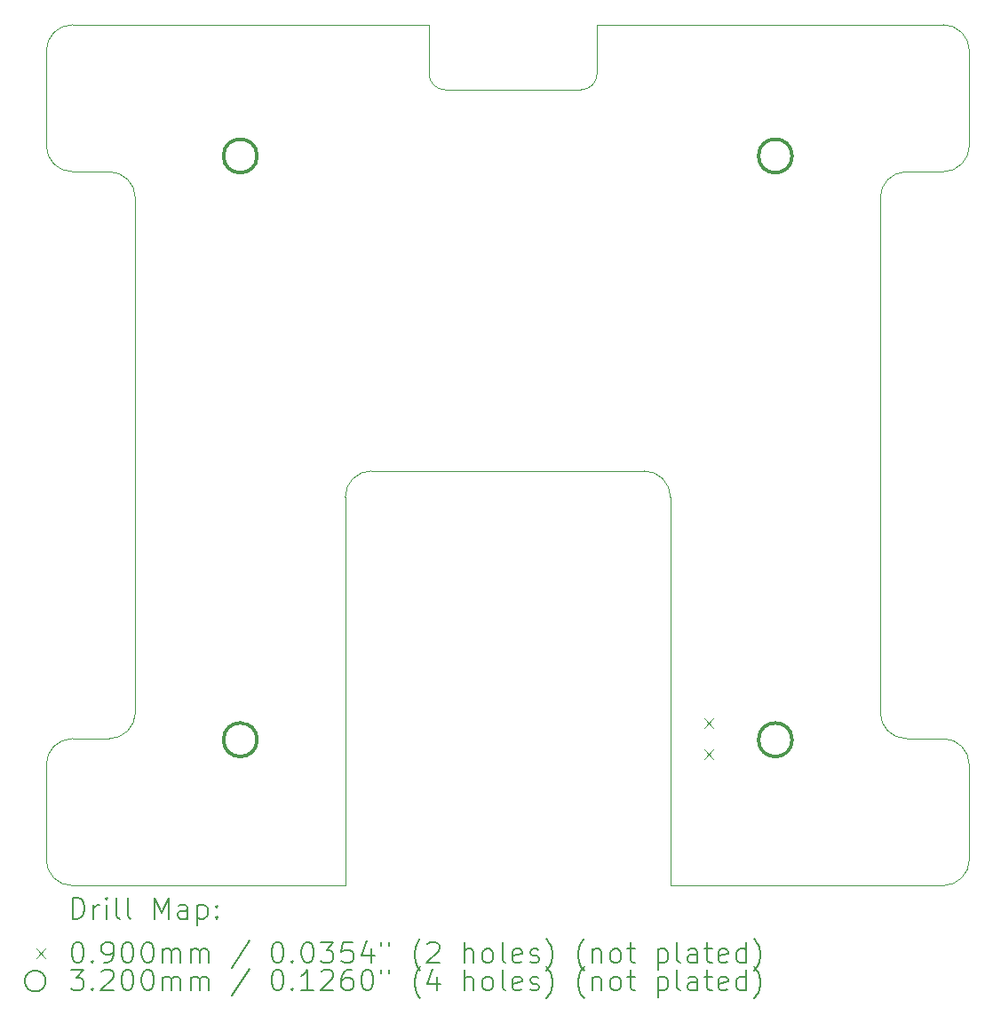
<source format=gbr>
%TF.GenerationSoftware,KiCad,Pcbnew,(6.0.7)*%
%TF.CreationDate,2022-10-18T10:08:22+03:00*%
%TF.ProjectId,TL-Node Rev.0,544c2d4e-6f64-4652-9052-65762e302e6b,rev?*%
%TF.SameCoordinates,Original*%
%TF.FileFunction,Drillmap*%
%TF.FilePolarity,Positive*%
%FSLAX45Y45*%
G04 Gerber Fmt 4.5, Leading zero omitted, Abs format (unit mm)*
G04 Created by KiCad (PCBNEW (6.0.7)) date 2022-10-18 10:08:22*
%MOMM*%
%LPD*%
G01*
G04 APERTURE LIST*
%ADD10C,0.100000*%
%ADD11C,0.200000*%
%ADD12C,0.090000*%
%ADD13C,0.320000*%
G04 APERTURE END LIST*
D10*
X5600000Y-12950000D02*
G75*
G03*
X5850000Y-13200000I250000J0D01*
G01*
X14150000Y-6400000D02*
G75*
G03*
X14400000Y-6150000I0J250000D01*
G01*
X14400000Y-5250000D02*
G75*
G03*
X14150000Y-5000000I-250000J0D01*
G01*
X6450000Y-6650000D02*
X6450000Y-11550000D01*
X14150000Y-13200000D02*
X11550000Y-13200000D01*
X9250000Y-5468934D02*
X9250000Y-5000000D01*
X13550000Y-11550000D02*
X13550000Y-6650000D01*
X5850000Y-11800000D02*
G75*
G03*
X5600000Y-12050000I0J-250000D01*
G01*
X6200000Y-11800000D02*
G75*
G03*
X6450000Y-11550000I0J250000D01*
G01*
X14150000Y-5000000D02*
X10850000Y-5000000D01*
X5850000Y-6400000D02*
X6200000Y-6400000D01*
X8450000Y-9500000D02*
X8450000Y-13200000D01*
X5600000Y-6150000D02*
G75*
G03*
X5850000Y-6400000I250000J0D01*
G01*
X8700000Y-9250000D02*
G75*
G03*
X8450000Y-9500000I0J-250000D01*
G01*
X11550000Y-9500000D02*
G75*
G03*
X11300000Y-9250000I-250000J0D01*
G01*
X14400000Y-12950000D02*
X14400000Y-12050000D01*
X14400000Y-12050000D02*
G75*
G03*
X14150000Y-11800000I-250000J0D01*
G01*
X14400000Y-5250000D02*
X14400000Y-6150000D01*
X5600000Y-12050000D02*
X5600000Y-12950000D01*
X5850000Y-13200000D02*
X8450000Y-13200000D01*
X6450000Y-6650000D02*
G75*
G03*
X6200000Y-6400000I-250000J0D01*
G01*
X9249996Y-5468934D02*
G75*
G03*
X9400000Y-5618934I150004J4D01*
G01*
X11550000Y-9500000D02*
X11550000Y-13200000D01*
X14150000Y-11800000D02*
X13800000Y-11800000D01*
X13800000Y-6400000D02*
G75*
G03*
X13550000Y-6650000I0J-250000D01*
G01*
X13550000Y-11550000D02*
G75*
G03*
X13800000Y-11800000I250000J0D01*
G01*
X5850000Y-5000000D02*
G75*
G03*
X5600000Y-5250000I0J-250000D01*
G01*
X11300000Y-9250000D02*
X8700000Y-9250000D01*
X13800000Y-6400000D02*
X14150000Y-6400000D01*
X5600000Y-5250000D02*
X5600000Y-6150000D01*
X10850000Y-5468934D02*
X10850000Y-5000000D01*
X6200000Y-11800000D02*
X5850000Y-11800000D01*
X5850000Y-5000000D02*
X9250000Y-5000000D01*
X14150000Y-13200000D02*
G75*
G03*
X14400000Y-12950000I0J250000D01*
G01*
X10700000Y-5618930D02*
G75*
G03*
X10850000Y-5468934I0J150000D01*
G01*
X10700000Y-5618934D02*
X9400000Y-5618934D01*
D11*
D12*
X11872000Y-11605000D02*
X11962000Y-11695000D01*
X11962000Y-11605000D02*
X11872000Y-11695000D01*
X11872000Y-11905000D02*
X11962000Y-11995000D01*
X11962000Y-11905000D02*
X11872000Y-11995000D01*
D13*
X7610000Y-6249500D02*
G75*
G03*
X7610000Y-6249500I-160000J0D01*
G01*
X7610000Y-11810500D02*
G75*
G03*
X7610000Y-11810500I-160000J0D01*
G01*
X12710000Y-6249500D02*
G75*
G03*
X12710000Y-6249500I-160000J0D01*
G01*
X12710000Y-11810500D02*
G75*
G03*
X12710000Y-11810500I-160000J0D01*
G01*
D11*
X5852619Y-13515476D02*
X5852619Y-13315476D01*
X5900238Y-13315476D01*
X5928809Y-13325000D01*
X5947857Y-13344048D01*
X5957381Y-13363095D01*
X5966905Y-13401190D01*
X5966905Y-13429762D01*
X5957381Y-13467857D01*
X5947857Y-13486905D01*
X5928809Y-13505952D01*
X5900238Y-13515476D01*
X5852619Y-13515476D01*
X6052619Y-13515476D02*
X6052619Y-13382143D01*
X6052619Y-13420238D02*
X6062143Y-13401190D01*
X6071667Y-13391667D01*
X6090714Y-13382143D01*
X6109762Y-13382143D01*
X6176428Y-13515476D02*
X6176428Y-13382143D01*
X6176428Y-13315476D02*
X6166905Y-13325000D01*
X6176428Y-13334524D01*
X6185952Y-13325000D01*
X6176428Y-13315476D01*
X6176428Y-13334524D01*
X6300238Y-13515476D02*
X6281190Y-13505952D01*
X6271667Y-13486905D01*
X6271667Y-13315476D01*
X6405000Y-13515476D02*
X6385952Y-13505952D01*
X6376428Y-13486905D01*
X6376428Y-13315476D01*
X6633571Y-13515476D02*
X6633571Y-13315476D01*
X6700238Y-13458333D01*
X6766905Y-13315476D01*
X6766905Y-13515476D01*
X6947857Y-13515476D02*
X6947857Y-13410714D01*
X6938333Y-13391667D01*
X6919286Y-13382143D01*
X6881190Y-13382143D01*
X6862143Y-13391667D01*
X6947857Y-13505952D02*
X6928809Y-13515476D01*
X6881190Y-13515476D01*
X6862143Y-13505952D01*
X6852619Y-13486905D01*
X6852619Y-13467857D01*
X6862143Y-13448809D01*
X6881190Y-13439286D01*
X6928809Y-13439286D01*
X6947857Y-13429762D01*
X7043095Y-13382143D02*
X7043095Y-13582143D01*
X7043095Y-13391667D02*
X7062143Y-13382143D01*
X7100238Y-13382143D01*
X7119286Y-13391667D01*
X7128809Y-13401190D01*
X7138333Y-13420238D01*
X7138333Y-13477381D01*
X7128809Y-13496428D01*
X7119286Y-13505952D01*
X7100238Y-13515476D01*
X7062143Y-13515476D01*
X7043095Y-13505952D01*
X7224048Y-13496428D02*
X7233571Y-13505952D01*
X7224048Y-13515476D01*
X7214524Y-13505952D01*
X7224048Y-13496428D01*
X7224048Y-13515476D01*
X7224048Y-13391667D02*
X7233571Y-13401190D01*
X7224048Y-13410714D01*
X7214524Y-13401190D01*
X7224048Y-13391667D01*
X7224048Y-13410714D01*
D12*
X5505000Y-13800000D02*
X5595000Y-13890000D01*
X5595000Y-13800000D02*
X5505000Y-13890000D01*
D11*
X5890714Y-13735476D02*
X5909762Y-13735476D01*
X5928809Y-13745000D01*
X5938333Y-13754524D01*
X5947857Y-13773571D01*
X5957381Y-13811667D01*
X5957381Y-13859286D01*
X5947857Y-13897381D01*
X5938333Y-13916428D01*
X5928809Y-13925952D01*
X5909762Y-13935476D01*
X5890714Y-13935476D01*
X5871667Y-13925952D01*
X5862143Y-13916428D01*
X5852619Y-13897381D01*
X5843095Y-13859286D01*
X5843095Y-13811667D01*
X5852619Y-13773571D01*
X5862143Y-13754524D01*
X5871667Y-13745000D01*
X5890714Y-13735476D01*
X6043095Y-13916428D02*
X6052619Y-13925952D01*
X6043095Y-13935476D01*
X6033571Y-13925952D01*
X6043095Y-13916428D01*
X6043095Y-13935476D01*
X6147857Y-13935476D02*
X6185952Y-13935476D01*
X6205000Y-13925952D01*
X6214524Y-13916428D01*
X6233571Y-13887857D01*
X6243095Y-13849762D01*
X6243095Y-13773571D01*
X6233571Y-13754524D01*
X6224048Y-13745000D01*
X6205000Y-13735476D01*
X6166905Y-13735476D01*
X6147857Y-13745000D01*
X6138333Y-13754524D01*
X6128809Y-13773571D01*
X6128809Y-13821190D01*
X6138333Y-13840238D01*
X6147857Y-13849762D01*
X6166905Y-13859286D01*
X6205000Y-13859286D01*
X6224048Y-13849762D01*
X6233571Y-13840238D01*
X6243095Y-13821190D01*
X6366905Y-13735476D02*
X6385952Y-13735476D01*
X6405000Y-13745000D01*
X6414524Y-13754524D01*
X6424048Y-13773571D01*
X6433571Y-13811667D01*
X6433571Y-13859286D01*
X6424048Y-13897381D01*
X6414524Y-13916428D01*
X6405000Y-13925952D01*
X6385952Y-13935476D01*
X6366905Y-13935476D01*
X6347857Y-13925952D01*
X6338333Y-13916428D01*
X6328809Y-13897381D01*
X6319286Y-13859286D01*
X6319286Y-13811667D01*
X6328809Y-13773571D01*
X6338333Y-13754524D01*
X6347857Y-13745000D01*
X6366905Y-13735476D01*
X6557381Y-13735476D02*
X6576428Y-13735476D01*
X6595476Y-13745000D01*
X6605000Y-13754524D01*
X6614524Y-13773571D01*
X6624048Y-13811667D01*
X6624048Y-13859286D01*
X6614524Y-13897381D01*
X6605000Y-13916428D01*
X6595476Y-13925952D01*
X6576428Y-13935476D01*
X6557381Y-13935476D01*
X6538333Y-13925952D01*
X6528809Y-13916428D01*
X6519286Y-13897381D01*
X6509762Y-13859286D01*
X6509762Y-13811667D01*
X6519286Y-13773571D01*
X6528809Y-13754524D01*
X6538333Y-13745000D01*
X6557381Y-13735476D01*
X6709762Y-13935476D02*
X6709762Y-13802143D01*
X6709762Y-13821190D02*
X6719286Y-13811667D01*
X6738333Y-13802143D01*
X6766905Y-13802143D01*
X6785952Y-13811667D01*
X6795476Y-13830714D01*
X6795476Y-13935476D01*
X6795476Y-13830714D02*
X6805000Y-13811667D01*
X6824048Y-13802143D01*
X6852619Y-13802143D01*
X6871667Y-13811667D01*
X6881190Y-13830714D01*
X6881190Y-13935476D01*
X6976428Y-13935476D02*
X6976428Y-13802143D01*
X6976428Y-13821190D02*
X6985952Y-13811667D01*
X7005000Y-13802143D01*
X7033571Y-13802143D01*
X7052619Y-13811667D01*
X7062143Y-13830714D01*
X7062143Y-13935476D01*
X7062143Y-13830714D02*
X7071667Y-13811667D01*
X7090714Y-13802143D01*
X7119286Y-13802143D01*
X7138333Y-13811667D01*
X7147857Y-13830714D01*
X7147857Y-13935476D01*
X7538333Y-13725952D02*
X7366905Y-13983095D01*
X7795476Y-13735476D02*
X7814524Y-13735476D01*
X7833571Y-13745000D01*
X7843095Y-13754524D01*
X7852619Y-13773571D01*
X7862143Y-13811667D01*
X7862143Y-13859286D01*
X7852619Y-13897381D01*
X7843095Y-13916428D01*
X7833571Y-13925952D01*
X7814524Y-13935476D01*
X7795476Y-13935476D01*
X7776428Y-13925952D01*
X7766905Y-13916428D01*
X7757381Y-13897381D01*
X7747857Y-13859286D01*
X7747857Y-13811667D01*
X7757381Y-13773571D01*
X7766905Y-13754524D01*
X7776428Y-13745000D01*
X7795476Y-13735476D01*
X7947857Y-13916428D02*
X7957381Y-13925952D01*
X7947857Y-13935476D01*
X7938333Y-13925952D01*
X7947857Y-13916428D01*
X7947857Y-13935476D01*
X8081190Y-13735476D02*
X8100238Y-13735476D01*
X8119286Y-13745000D01*
X8128809Y-13754524D01*
X8138333Y-13773571D01*
X8147857Y-13811667D01*
X8147857Y-13859286D01*
X8138333Y-13897381D01*
X8128809Y-13916428D01*
X8119286Y-13925952D01*
X8100238Y-13935476D01*
X8081190Y-13935476D01*
X8062143Y-13925952D01*
X8052619Y-13916428D01*
X8043095Y-13897381D01*
X8033571Y-13859286D01*
X8033571Y-13811667D01*
X8043095Y-13773571D01*
X8052619Y-13754524D01*
X8062143Y-13745000D01*
X8081190Y-13735476D01*
X8214524Y-13735476D02*
X8338333Y-13735476D01*
X8271667Y-13811667D01*
X8300238Y-13811667D01*
X8319286Y-13821190D01*
X8328809Y-13830714D01*
X8338333Y-13849762D01*
X8338333Y-13897381D01*
X8328809Y-13916428D01*
X8319286Y-13925952D01*
X8300238Y-13935476D01*
X8243095Y-13935476D01*
X8224048Y-13925952D01*
X8214524Y-13916428D01*
X8519286Y-13735476D02*
X8424048Y-13735476D01*
X8414524Y-13830714D01*
X8424048Y-13821190D01*
X8443095Y-13811667D01*
X8490714Y-13811667D01*
X8509762Y-13821190D01*
X8519286Y-13830714D01*
X8528810Y-13849762D01*
X8528810Y-13897381D01*
X8519286Y-13916428D01*
X8509762Y-13925952D01*
X8490714Y-13935476D01*
X8443095Y-13935476D01*
X8424048Y-13925952D01*
X8414524Y-13916428D01*
X8700238Y-13802143D02*
X8700238Y-13935476D01*
X8652619Y-13725952D02*
X8605000Y-13868809D01*
X8728810Y-13868809D01*
X8795476Y-13735476D02*
X8795476Y-13773571D01*
X8871667Y-13735476D02*
X8871667Y-13773571D01*
X9166905Y-14011667D02*
X9157381Y-14002143D01*
X9138333Y-13973571D01*
X9128810Y-13954524D01*
X9119286Y-13925952D01*
X9109762Y-13878333D01*
X9109762Y-13840238D01*
X9119286Y-13792619D01*
X9128810Y-13764048D01*
X9138333Y-13745000D01*
X9157381Y-13716428D01*
X9166905Y-13706905D01*
X9233571Y-13754524D02*
X9243095Y-13745000D01*
X9262143Y-13735476D01*
X9309762Y-13735476D01*
X9328810Y-13745000D01*
X9338333Y-13754524D01*
X9347857Y-13773571D01*
X9347857Y-13792619D01*
X9338333Y-13821190D01*
X9224048Y-13935476D01*
X9347857Y-13935476D01*
X9585952Y-13935476D02*
X9585952Y-13735476D01*
X9671667Y-13935476D02*
X9671667Y-13830714D01*
X9662143Y-13811667D01*
X9643095Y-13802143D01*
X9614524Y-13802143D01*
X9595476Y-13811667D01*
X9585952Y-13821190D01*
X9795476Y-13935476D02*
X9776429Y-13925952D01*
X9766905Y-13916428D01*
X9757381Y-13897381D01*
X9757381Y-13840238D01*
X9766905Y-13821190D01*
X9776429Y-13811667D01*
X9795476Y-13802143D01*
X9824048Y-13802143D01*
X9843095Y-13811667D01*
X9852619Y-13821190D01*
X9862143Y-13840238D01*
X9862143Y-13897381D01*
X9852619Y-13916428D01*
X9843095Y-13925952D01*
X9824048Y-13935476D01*
X9795476Y-13935476D01*
X9976429Y-13935476D02*
X9957381Y-13925952D01*
X9947857Y-13906905D01*
X9947857Y-13735476D01*
X10128810Y-13925952D02*
X10109762Y-13935476D01*
X10071667Y-13935476D01*
X10052619Y-13925952D01*
X10043095Y-13906905D01*
X10043095Y-13830714D01*
X10052619Y-13811667D01*
X10071667Y-13802143D01*
X10109762Y-13802143D01*
X10128810Y-13811667D01*
X10138333Y-13830714D01*
X10138333Y-13849762D01*
X10043095Y-13868809D01*
X10214524Y-13925952D02*
X10233571Y-13935476D01*
X10271667Y-13935476D01*
X10290714Y-13925952D01*
X10300238Y-13906905D01*
X10300238Y-13897381D01*
X10290714Y-13878333D01*
X10271667Y-13868809D01*
X10243095Y-13868809D01*
X10224048Y-13859286D01*
X10214524Y-13840238D01*
X10214524Y-13830714D01*
X10224048Y-13811667D01*
X10243095Y-13802143D01*
X10271667Y-13802143D01*
X10290714Y-13811667D01*
X10366905Y-14011667D02*
X10376429Y-14002143D01*
X10395476Y-13973571D01*
X10405000Y-13954524D01*
X10414524Y-13925952D01*
X10424048Y-13878333D01*
X10424048Y-13840238D01*
X10414524Y-13792619D01*
X10405000Y-13764048D01*
X10395476Y-13745000D01*
X10376429Y-13716428D01*
X10366905Y-13706905D01*
X10728810Y-14011667D02*
X10719286Y-14002143D01*
X10700238Y-13973571D01*
X10690714Y-13954524D01*
X10681190Y-13925952D01*
X10671667Y-13878333D01*
X10671667Y-13840238D01*
X10681190Y-13792619D01*
X10690714Y-13764048D01*
X10700238Y-13745000D01*
X10719286Y-13716428D01*
X10728810Y-13706905D01*
X10805000Y-13802143D02*
X10805000Y-13935476D01*
X10805000Y-13821190D02*
X10814524Y-13811667D01*
X10833571Y-13802143D01*
X10862143Y-13802143D01*
X10881190Y-13811667D01*
X10890714Y-13830714D01*
X10890714Y-13935476D01*
X11014524Y-13935476D02*
X10995476Y-13925952D01*
X10985952Y-13916428D01*
X10976429Y-13897381D01*
X10976429Y-13840238D01*
X10985952Y-13821190D01*
X10995476Y-13811667D01*
X11014524Y-13802143D01*
X11043095Y-13802143D01*
X11062143Y-13811667D01*
X11071667Y-13821190D01*
X11081190Y-13840238D01*
X11081190Y-13897381D01*
X11071667Y-13916428D01*
X11062143Y-13925952D01*
X11043095Y-13935476D01*
X11014524Y-13935476D01*
X11138333Y-13802143D02*
X11214524Y-13802143D01*
X11166905Y-13735476D02*
X11166905Y-13906905D01*
X11176429Y-13925952D01*
X11195476Y-13935476D01*
X11214524Y-13935476D01*
X11433571Y-13802143D02*
X11433571Y-14002143D01*
X11433571Y-13811667D02*
X11452619Y-13802143D01*
X11490714Y-13802143D01*
X11509762Y-13811667D01*
X11519286Y-13821190D01*
X11528809Y-13840238D01*
X11528809Y-13897381D01*
X11519286Y-13916428D01*
X11509762Y-13925952D01*
X11490714Y-13935476D01*
X11452619Y-13935476D01*
X11433571Y-13925952D01*
X11643095Y-13935476D02*
X11624048Y-13925952D01*
X11614524Y-13906905D01*
X11614524Y-13735476D01*
X11805000Y-13935476D02*
X11805000Y-13830714D01*
X11795476Y-13811667D01*
X11776428Y-13802143D01*
X11738333Y-13802143D01*
X11719286Y-13811667D01*
X11805000Y-13925952D02*
X11785952Y-13935476D01*
X11738333Y-13935476D01*
X11719286Y-13925952D01*
X11709762Y-13906905D01*
X11709762Y-13887857D01*
X11719286Y-13868809D01*
X11738333Y-13859286D01*
X11785952Y-13859286D01*
X11805000Y-13849762D01*
X11871667Y-13802143D02*
X11947857Y-13802143D01*
X11900238Y-13735476D02*
X11900238Y-13906905D01*
X11909762Y-13925952D01*
X11928809Y-13935476D01*
X11947857Y-13935476D01*
X12090714Y-13925952D02*
X12071667Y-13935476D01*
X12033571Y-13935476D01*
X12014524Y-13925952D01*
X12005000Y-13906905D01*
X12005000Y-13830714D01*
X12014524Y-13811667D01*
X12033571Y-13802143D01*
X12071667Y-13802143D01*
X12090714Y-13811667D01*
X12100238Y-13830714D01*
X12100238Y-13849762D01*
X12005000Y-13868809D01*
X12271667Y-13935476D02*
X12271667Y-13735476D01*
X12271667Y-13925952D02*
X12252619Y-13935476D01*
X12214524Y-13935476D01*
X12195476Y-13925952D01*
X12185952Y-13916428D01*
X12176428Y-13897381D01*
X12176428Y-13840238D01*
X12185952Y-13821190D01*
X12195476Y-13811667D01*
X12214524Y-13802143D01*
X12252619Y-13802143D01*
X12271667Y-13811667D01*
X12347857Y-14011667D02*
X12357381Y-14002143D01*
X12376428Y-13973571D01*
X12385952Y-13954524D01*
X12395476Y-13925952D01*
X12405000Y-13878333D01*
X12405000Y-13840238D01*
X12395476Y-13792619D01*
X12385952Y-13764048D01*
X12376428Y-13745000D01*
X12357381Y-13716428D01*
X12347857Y-13706905D01*
X5595000Y-14109000D02*
G75*
G03*
X5595000Y-14109000I-100000J0D01*
G01*
X5833571Y-13999476D02*
X5957381Y-13999476D01*
X5890714Y-14075667D01*
X5919286Y-14075667D01*
X5938333Y-14085190D01*
X5947857Y-14094714D01*
X5957381Y-14113762D01*
X5957381Y-14161381D01*
X5947857Y-14180428D01*
X5938333Y-14189952D01*
X5919286Y-14199476D01*
X5862143Y-14199476D01*
X5843095Y-14189952D01*
X5833571Y-14180428D01*
X6043095Y-14180428D02*
X6052619Y-14189952D01*
X6043095Y-14199476D01*
X6033571Y-14189952D01*
X6043095Y-14180428D01*
X6043095Y-14199476D01*
X6128809Y-14018524D02*
X6138333Y-14009000D01*
X6157381Y-13999476D01*
X6205000Y-13999476D01*
X6224048Y-14009000D01*
X6233571Y-14018524D01*
X6243095Y-14037571D01*
X6243095Y-14056619D01*
X6233571Y-14085190D01*
X6119286Y-14199476D01*
X6243095Y-14199476D01*
X6366905Y-13999476D02*
X6385952Y-13999476D01*
X6405000Y-14009000D01*
X6414524Y-14018524D01*
X6424048Y-14037571D01*
X6433571Y-14075667D01*
X6433571Y-14123286D01*
X6424048Y-14161381D01*
X6414524Y-14180428D01*
X6405000Y-14189952D01*
X6385952Y-14199476D01*
X6366905Y-14199476D01*
X6347857Y-14189952D01*
X6338333Y-14180428D01*
X6328809Y-14161381D01*
X6319286Y-14123286D01*
X6319286Y-14075667D01*
X6328809Y-14037571D01*
X6338333Y-14018524D01*
X6347857Y-14009000D01*
X6366905Y-13999476D01*
X6557381Y-13999476D02*
X6576428Y-13999476D01*
X6595476Y-14009000D01*
X6605000Y-14018524D01*
X6614524Y-14037571D01*
X6624048Y-14075667D01*
X6624048Y-14123286D01*
X6614524Y-14161381D01*
X6605000Y-14180428D01*
X6595476Y-14189952D01*
X6576428Y-14199476D01*
X6557381Y-14199476D01*
X6538333Y-14189952D01*
X6528809Y-14180428D01*
X6519286Y-14161381D01*
X6509762Y-14123286D01*
X6509762Y-14075667D01*
X6519286Y-14037571D01*
X6528809Y-14018524D01*
X6538333Y-14009000D01*
X6557381Y-13999476D01*
X6709762Y-14199476D02*
X6709762Y-14066143D01*
X6709762Y-14085190D02*
X6719286Y-14075667D01*
X6738333Y-14066143D01*
X6766905Y-14066143D01*
X6785952Y-14075667D01*
X6795476Y-14094714D01*
X6795476Y-14199476D01*
X6795476Y-14094714D02*
X6805000Y-14075667D01*
X6824048Y-14066143D01*
X6852619Y-14066143D01*
X6871667Y-14075667D01*
X6881190Y-14094714D01*
X6881190Y-14199476D01*
X6976428Y-14199476D02*
X6976428Y-14066143D01*
X6976428Y-14085190D02*
X6985952Y-14075667D01*
X7005000Y-14066143D01*
X7033571Y-14066143D01*
X7052619Y-14075667D01*
X7062143Y-14094714D01*
X7062143Y-14199476D01*
X7062143Y-14094714D02*
X7071667Y-14075667D01*
X7090714Y-14066143D01*
X7119286Y-14066143D01*
X7138333Y-14075667D01*
X7147857Y-14094714D01*
X7147857Y-14199476D01*
X7538333Y-13989952D02*
X7366905Y-14247095D01*
X7795476Y-13999476D02*
X7814524Y-13999476D01*
X7833571Y-14009000D01*
X7843095Y-14018524D01*
X7852619Y-14037571D01*
X7862143Y-14075667D01*
X7862143Y-14123286D01*
X7852619Y-14161381D01*
X7843095Y-14180428D01*
X7833571Y-14189952D01*
X7814524Y-14199476D01*
X7795476Y-14199476D01*
X7776428Y-14189952D01*
X7766905Y-14180428D01*
X7757381Y-14161381D01*
X7747857Y-14123286D01*
X7747857Y-14075667D01*
X7757381Y-14037571D01*
X7766905Y-14018524D01*
X7776428Y-14009000D01*
X7795476Y-13999476D01*
X7947857Y-14180428D02*
X7957381Y-14189952D01*
X7947857Y-14199476D01*
X7938333Y-14189952D01*
X7947857Y-14180428D01*
X7947857Y-14199476D01*
X8147857Y-14199476D02*
X8033571Y-14199476D01*
X8090714Y-14199476D02*
X8090714Y-13999476D01*
X8071667Y-14028048D01*
X8052619Y-14047095D01*
X8033571Y-14056619D01*
X8224048Y-14018524D02*
X8233571Y-14009000D01*
X8252619Y-13999476D01*
X8300238Y-13999476D01*
X8319286Y-14009000D01*
X8328809Y-14018524D01*
X8338333Y-14037571D01*
X8338333Y-14056619D01*
X8328809Y-14085190D01*
X8214524Y-14199476D01*
X8338333Y-14199476D01*
X8509762Y-13999476D02*
X8471667Y-13999476D01*
X8452619Y-14009000D01*
X8443095Y-14018524D01*
X8424048Y-14047095D01*
X8414524Y-14085190D01*
X8414524Y-14161381D01*
X8424048Y-14180428D01*
X8433571Y-14189952D01*
X8452619Y-14199476D01*
X8490714Y-14199476D01*
X8509762Y-14189952D01*
X8519286Y-14180428D01*
X8528810Y-14161381D01*
X8528810Y-14113762D01*
X8519286Y-14094714D01*
X8509762Y-14085190D01*
X8490714Y-14075667D01*
X8452619Y-14075667D01*
X8433571Y-14085190D01*
X8424048Y-14094714D01*
X8414524Y-14113762D01*
X8652619Y-13999476D02*
X8671667Y-13999476D01*
X8690714Y-14009000D01*
X8700238Y-14018524D01*
X8709762Y-14037571D01*
X8719286Y-14075667D01*
X8719286Y-14123286D01*
X8709762Y-14161381D01*
X8700238Y-14180428D01*
X8690714Y-14189952D01*
X8671667Y-14199476D01*
X8652619Y-14199476D01*
X8633571Y-14189952D01*
X8624048Y-14180428D01*
X8614524Y-14161381D01*
X8605000Y-14123286D01*
X8605000Y-14075667D01*
X8614524Y-14037571D01*
X8624048Y-14018524D01*
X8633571Y-14009000D01*
X8652619Y-13999476D01*
X8795476Y-13999476D02*
X8795476Y-14037571D01*
X8871667Y-13999476D02*
X8871667Y-14037571D01*
X9166905Y-14275667D02*
X9157381Y-14266143D01*
X9138333Y-14237571D01*
X9128810Y-14218524D01*
X9119286Y-14189952D01*
X9109762Y-14142333D01*
X9109762Y-14104238D01*
X9119286Y-14056619D01*
X9128810Y-14028048D01*
X9138333Y-14009000D01*
X9157381Y-13980428D01*
X9166905Y-13970905D01*
X9328810Y-14066143D02*
X9328810Y-14199476D01*
X9281190Y-13989952D02*
X9233571Y-14132809D01*
X9357381Y-14132809D01*
X9585952Y-14199476D02*
X9585952Y-13999476D01*
X9671667Y-14199476D02*
X9671667Y-14094714D01*
X9662143Y-14075667D01*
X9643095Y-14066143D01*
X9614524Y-14066143D01*
X9595476Y-14075667D01*
X9585952Y-14085190D01*
X9795476Y-14199476D02*
X9776429Y-14189952D01*
X9766905Y-14180428D01*
X9757381Y-14161381D01*
X9757381Y-14104238D01*
X9766905Y-14085190D01*
X9776429Y-14075667D01*
X9795476Y-14066143D01*
X9824048Y-14066143D01*
X9843095Y-14075667D01*
X9852619Y-14085190D01*
X9862143Y-14104238D01*
X9862143Y-14161381D01*
X9852619Y-14180428D01*
X9843095Y-14189952D01*
X9824048Y-14199476D01*
X9795476Y-14199476D01*
X9976429Y-14199476D02*
X9957381Y-14189952D01*
X9947857Y-14170905D01*
X9947857Y-13999476D01*
X10128810Y-14189952D02*
X10109762Y-14199476D01*
X10071667Y-14199476D01*
X10052619Y-14189952D01*
X10043095Y-14170905D01*
X10043095Y-14094714D01*
X10052619Y-14075667D01*
X10071667Y-14066143D01*
X10109762Y-14066143D01*
X10128810Y-14075667D01*
X10138333Y-14094714D01*
X10138333Y-14113762D01*
X10043095Y-14132809D01*
X10214524Y-14189952D02*
X10233571Y-14199476D01*
X10271667Y-14199476D01*
X10290714Y-14189952D01*
X10300238Y-14170905D01*
X10300238Y-14161381D01*
X10290714Y-14142333D01*
X10271667Y-14132809D01*
X10243095Y-14132809D01*
X10224048Y-14123286D01*
X10214524Y-14104238D01*
X10214524Y-14094714D01*
X10224048Y-14075667D01*
X10243095Y-14066143D01*
X10271667Y-14066143D01*
X10290714Y-14075667D01*
X10366905Y-14275667D02*
X10376429Y-14266143D01*
X10395476Y-14237571D01*
X10405000Y-14218524D01*
X10414524Y-14189952D01*
X10424048Y-14142333D01*
X10424048Y-14104238D01*
X10414524Y-14056619D01*
X10405000Y-14028048D01*
X10395476Y-14009000D01*
X10376429Y-13980428D01*
X10366905Y-13970905D01*
X10728810Y-14275667D02*
X10719286Y-14266143D01*
X10700238Y-14237571D01*
X10690714Y-14218524D01*
X10681190Y-14189952D01*
X10671667Y-14142333D01*
X10671667Y-14104238D01*
X10681190Y-14056619D01*
X10690714Y-14028048D01*
X10700238Y-14009000D01*
X10719286Y-13980428D01*
X10728810Y-13970905D01*
X10805000Y-14066143D02*
X10805000Y-14199476D01*
X10805000Y-14085190D02*
X10814524Y-14075667D01*
X10833571Y-14066143D01*
X10862143Y-14066143D01*
X10881190Y-14075667D01*
X10890714Y-14094714D01*
X10890714Y-14199476D01*
X11014524Y-14199476D02*
X10995476Y-14189952D01*
X10985952Y-14180428D01*
X10976429Y-14161381D01*
X10976429Y-14104238D01*
X10985952Y-14085190D01*
X10995476Y-14075667D01*
X11014524Y-14066143D01*
X11043095Y-14066143D01*
X11062143Y-14075667D01*
X11071667Y-14085190D01*
X11081190Y-14104238D01*
X11081190Y-14161381D01*
X11071667Y-14180428D01*
X11062143Y-14189952D01*
X11043095Y-14199476D01*
X11014524Y-14199476D01*
X11138333Y-14066143D02*
X11214524Y-14066143D01*
X11166905Y-13999476D02*
X11166905Y-14170905D01*
X11176429Y-14189952D01*
X11195476Y-14199476D01*
X11214524Y-14199476D01*
X11433571Y-14066143D02*
X11433571Y-14266143D01*
X11433571Y-14075667D02*
X11452619Y-14066143D01*
X11490714Y-14066143D01*
X11509762Y-14075667D01*
X11519286Y-14085190D01*
X11528809Y-14104238D01*
X11528809Y-14161381D01*
X11519286Y-14180428D01*
X11509762Y-14189952D01*
X11490714Y-14199476D01*
X11452619Y-14199476D01*
X11433571Y-14189952D01*
X11643095Y-14199476D02*
X11624048Y-14189952D01*
X11614524Y-14170905D01*
X11614524Y-13999476D01*
X11805000Y-14199476D02*
X11805000Y-14094714D01*
X11795476Y-14075667D01*
X11776428Y-14066143D01*
X11738333Y-14066143D01*
X11719286Y-14075667D01*
X11805000Y-14189952D02*
X11785952Y-14199476D01*
X11738333Y-14199476D01*
X11719286Y-14189952D01*
X11709762Y-14170905D01*
X11709762Y-14151857D01*
X11719286Y-14132809D01*
X11738333Y-14123286D01*
X11785952Y-14123286D01*
X11805000Y-14113762D01*
X11871667Y-14066143D02*
X11947857Y-14066143D01*
X11900238Y-13999476D02*
X11900238Y-14170905D01*
X11909762Y-14189952D01*
X11928809Y-14199476D01*
X11947857Y-14199476D01*
X12090714Y-14189952D02*
X12071667Y-14199476D01*
X12033571Y-14199476D01*
X12014524Y-14189952D01*
X12005000Y-14170905D01*
X12005000Y-14094714D01*
X12014524Y-14075667D01*
X12033571Y-14066143D01*
X12071667Y-14066143D01*
X12090714Y-14075667D01*
X12100238Y-14094714D01*
X12100238Y-14113762D01*
X12005000Y-14132809D01*
X12271667Y-14199476D02*
X12271667Y-13999476D01*
X12271667Y-14189952D02*
X12252619Y-14199476D01*
X12214524Y-14199476D01*
X12195476Y-14189952D01*
X12185952Y-14180428D01*
X12176428Y-14161381D01*
X12176428Y-14104238D01*
X12185952Y-14085190D01*
X12195476Y-14075667D01*
X12214524Y-14066143D01*
X12252619Y-14066143D01*
X12271667Y-14075667D01*
X12347857Y-14275667D02*
X12357381Y-14266143D01*
X12376428Y-14237571D01*
X12385952Y-14218524D01*
X12395476Y-14189952D01*
X12405000Y-14142333D01*
X12405000Y-14104238D01*
X12395476Y-14056619D01*
X12385952Y-14028048D01*
X12376428Y-14009000D01*
X12357381Y-13980428D01*
X12347857Y-13970905D01*
M02*

</source>
